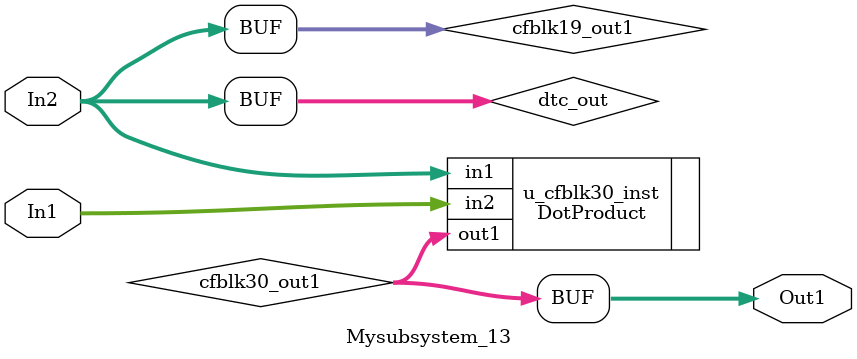
<source format=v>



`timescale 1 ns / 1 ns

module Mysubsystem_13
          (In1,
           In2,
           Out1);


  input   [7:0] In1;  // uint8
  input   [7:0] In2;  // uint8
  output  [15:0] Out1;  // uint16


  wire [7:0] dtc_out;  // ufix8
  wire [7:0] cfblk19_out1;  // uint8
  wire [15:0] cfblk30_out1;  // uint16


  assign dtc_out = In2;



  assign cfblk19_out1 = dtc_out;



  DotProduct u_cfblk30_inst (.in1(cfblk19_out1),  // uint8
                             .in2(In1),  // uint8
                             .out1(cfblk30_out1)  // uint16
                             );

  assign Out1 = cfblk30_out1;

endmodule  // Mysubsystem_13


</source>
